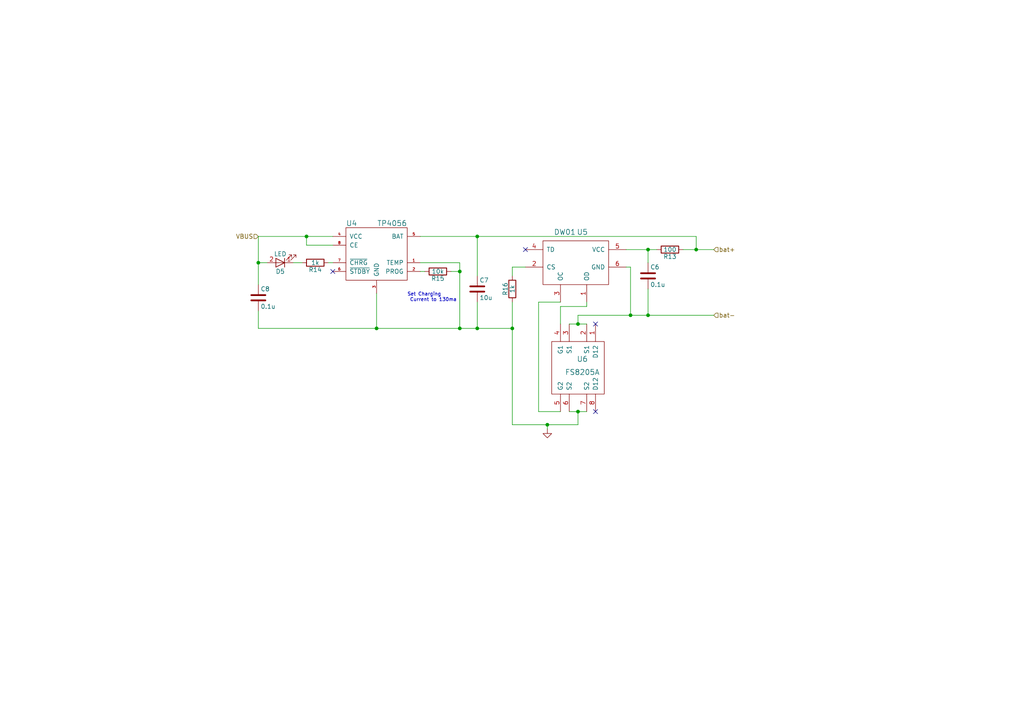
<source format=kicad_sch>
(kicad_sch (version 20250114) (generator "eeschema") (generator_version "9.0")
  (paper "A4")
  (lib_symbols
    (symbol "C_4" (pin_numbers (hide yes)) (pin_names (offset 0.254))
      (property "Reference" "C" (at 0.635 2.54 0))
      (property "Value" "C" (at 0.635 -2.54 0))
      (symbol "C_4_0_1"
        (polyline (pts (xy -2.032 0.762) (xy 2.032 0.762)) (stroke (width 0.508)))
        (polyline (pts (xy -2.032 -0.762) (xy 2.032 -0.762)) (stroke (width 0.508)))
      )
      (symbol "C_4_1_1"
        (pin passive line (at 0 3.81 270) (length 2.794) (name "~") (number "1"))
        (pin passive line (at 0 -3.81 90) (length 2.794) (name "~") (number "2"))
      )
    )
    (symbol "C_5" (pin_numbers (hide yes)) (pin_names (offset 0.254))
      (property "Reference" "C" (at 0.635 2.54 0))
      (property "Value" "C" (at 0.635 -2.54 0))
      (symbol "C_5_0_1"
        (polyline (pts (xy -2.032 0.762) (xy 2.032 0.762)) (stroke (width 0.508)))
        (polyline (pts (xy -2.032 -0.762) (xy 2.032 -0.762)) (stroke (width 0.508)))
      )
      (symbol "C_5_1_1"
        (pin passive line (at 0 3.81 270) (length 2.794) (name "~") (number "1"))
        (pin passive line (at 0 -3.81 90) (length 2.794) (name "~") (number "2"))
      )
    )
    (symbol "C_6" (pin_numbers (hide yes)) (pin_names (offset 0.254))
      (property "Reference" "C" (at 0.635 2.54 0))
      (property "Value" "C" (at 0.635 -2.54 0))
      (symbol "C_6_0_1"
        (polyline (pts (xy -2.032 0.762) (xy 2.032 0.762)) (stroke (width 0.508)))
        (polyline (pts (xy -2.032 -0.762) (xy 2.032 -0.762)) (stroke (width 0.508)))
      )
      (symbol "C_6_1_1"
        (pin passive line (at 0 3.81 270) (length 2.794) (name "~") (number "1"))
        (pin passive line (at 0 -3.81 90) (length 2.794) (name "~") (number "2"))
      )
    )
    (symbol "LED_4" (pin_names (offset 1.016) (hide yes))
      (property "Reference" "D" (at 0 2.54 0))
      (property "Value" "LED" (at 0 -2.54 0))
      (symbol "LED_4_0_1"
        (polyline (pts (xy -3.048 -0.762) (xy -4.572 -2.286) (xy -3.81 -2.286) (xy -4.572 -2.286) (xy -4.572 -1.524)))
        (polyline (pts (xy -1.778 -0.762) (xy -3.302 -2.286) (xy -2.54 -2.286) (xy -3.302 -2.286) (xy -3.302 -1.524)))
        (polyline (pts (xy -1.27 0) (xy 1.27 0)))
        (polyline (pts (xy -1.27 -1.27) (xy -1.27 1.27)) (stroke (width 0.2032)))
        (polyline (pts (xy 1.27 -1.27) (xy 1.27 1.27) (xy -1.27 0) (xy 1.27 -1.27)) (stroke (width 0.2032)))
      )
      (symbol "LED_4_1_1"
        (pin passive line (at -3.81 0 0) (length 2.54) (name "K") (number "1"))
        (pin passive line (at 3.81 0 180) (length 2.54) (name "A") (number "2"))
      )
    )
    (symbol "R_10" (pin_numbers (hide yes)) (pin_names (offset 0))
      (property "Reference" "R" (at 2.032 0 90))
      (property "Value" "R" (at 0 0 90))
      (symbol "R_10_0_1"
        (rectangle (start -1.016 -2.54) (end 1.016 2.54) (stroke (width 0.254)))
      )
      (symbol "R_10_1_1"
        (pin passive line (at 0 3.81 270) (length 1.27) (name "~") (number "1"))
        (pin passive line (at 0 -3.81 90) (length 1.27) (name "~") (number "2"))
      )
    )
    (symbol "R_6" (pin_numbers (hide yes)) (pin_names (offset 0))
      (property "Reference" "R" (at 2.032 0 90))
      (property "Value" "R" (at 0 0 90))
      (symbol "R_6_0_1"
        (rectangle (start -1.016 -2.54) (end 1.016 2.54) (stroke (width 0.254)))
      )
      (symbol "R_6_1_1"
        (pin passive line (at 0 3.81 270) (length 1.27) (name "~") (number "1"))
        (pin passive line (at 0 -3.81 90) (length 1.27) (name "~") (number "2"))
      )
    )
    (symbol "R_8" (pin_numbers (hide yes)) (pin_names (offset 0))
      (property "Reference" "R" (at 2.032 0 90))
      (property "Value" "R" (at 0 0 90))
      (symbol "R_8_0_1"
        (rectangle (start -1.016 -2.54) (end 1.016 2.54) (stroke (width 0.254)))
      )
      (symbol "R_8_1_1"
        (pin passive line (at 0 3.81 270) (length 1.27) (name "~") (number "1"))
        (pin passive line (at 0 -3.81 90) (length 1.27) (name "~") (number "2"))
      )
    )
    (symbol "R_9" (pin_numbers (hide yes)) (pin_names (offset 0))
      (property "Reference" "R" (at 2.032 0 90))
      (property "Value" "R" (at 0 0 90))
      (symbol "R_9_0_1"
        (rectangle (start -1.016 -2.54) (end 1.016 2.54) (stroke (width 0.254)))
      )
      (symbol "R_9_1_1"
        (pin passive line (at 0 3.81 270) (length 1.27) (name "~") (number "1"))
        (pin passive line (at 0 -3.81 90) (length 1.27) (name "~") (number "2"))
      )
    )
    (symbol "dw01:DW01" (pin_names (offset 1.016))
      (property "Reference" "U" (at 2.54 8.89 0))
      (property "Value" "DW01" (at -2.54 8.89 0))
      (symbol "DW01_0_1"
        (rectangle (start -8.89 6.35) (end 10.16 -6.35))
      )
      (symbol "DW01_1_1"
        (pin input line (at -13.97 3.81 0) (length 5.08) (name "TD") (number "4"))
        (pin input line (at -13.97 -1.27 0) (length 5.08) (name "CS") (number "2"))
        (pin input line (at -3.81 -11.43 90) (length 5.08) (name "OC") (number "3"))
        (pin input line (at 3.81 -11.43 90) (length 5.08) (name "OD") (number "1"))
        (pin input line (at 15.24 3.81 180) (length 5.08) (name "VCC") (number "5"))
        (pin input line (at 15.24 -1.27 180) (length 5.08) (name "GND") (number "6"))
      )
    )
    (symbol "fs8205a:FS8205A" (pin_names (offset 1.016))
      (property "Reference" "U" (at -5.08 -1.27 0))
      (property "Value" "FS8205A" (at -1.27 -3.81 0))
      (symbol "FS8205A_0_1"
        (rectangle (start -7.62 5.08) (end 7.62 -10.16))
      )
      (symbol "FS8205A_1_1"
        (pin input line (at -5.08 10.16 270) (length 5.08) (name "G1") (number "4"))
        (pin input line (at -5.08 -15.24 90) (length 5.08) (name "G2") (number "5"))
        (pin input line (at -2.54 10.16 270) (length 5.08) (name "S1") (number "3"))
        (pin input line (at -2.54 -15.24 90) (length 5.08) (name "S2") (number "6"))
        (pin input line (at 2.54 10.16 270) (length 5.08) (name "S1") (number "2"))
        (pin input line (at 2.54 -15.24 90) (length 5.08) (name "S2") (number "7"))
        (pin input line (at 5.08 10.16 270) (length 5.08) (name "D12") (number "1"))
        (pin input line (at 5.08 -15.24 90) (length 5.08) (name "D12") (number "8"))
      )
    )
    (symbol "power:GND" (power) (pin_numbers (hide yes)) (pin_names (offset 0) (hide yes))
      (property "Value" "GND" (at 0 -3.81 0))
      (symbol "GND_0_1"
        (polyline (pts (xy 0 0) (xy 0 -1.27) (xy 1.27 -1.27) (xy 0 -2.54) (xy -1.27 -1.27) (xy 0 -1.27)))
      )
      (symbol "GND_1_1"
        (pin power_in line (at 0 0 270) (length 0) (name "~") (number "1"))
      )
    )
    (symbol "tp4056:TP4056" (pin_names (offset 1.016))
      (property "Reference" "U4" (at -8.89 10.16 0))
      (property "Value" "TP4056" (at 8.89 10.16 0))
      (symbol "TP4056_0_1"
        (rectangle (start -8.89 8.89) (end 8.89 -6.35))
      )
      (symbol "TP4056_1_1"
        (pin power_in line (at -12.7 6.35 0) (length 3.81) (name "VCC") (number "4"))
        (pin input line (at -12.7 3.81 0) (length 3.81) (name "CE") (number "8"))
        (pin open_collector line (at -12.7 -1.27 0) (length 3.81) (name "~{CHRG}") (number "7"))
        (pin open_collector line (at -12.7 -3.81 0) (length 3.81) (name "~{STDBY}") (number "6"))
        (pin power_in line (at 0 -10.16 90) (length 3.81) (name "GND") (number "3"))
        (pin power_out line (at 12.7 6.35 180) (length 3.81) (name "BAT") (number "5"))
        (pin passive line (at 12.7 -1.27 180) (length 3.81) (name "TEMP") (number "1"))
        (pin passive line (at 12.7 -3.81 180) (length 3.81) (name "PROG") (number "2"))
      )
    )
  )
  (text "Set Charging\n Current to 130ma\n" (at 118.11 87.63 0) (effects (font (size 0.9906 0.9906)) (justify left bottom)))
  (junction (at 187.96 91.44))
  (junction (at 182.88 91.44))
  (junction (at 133.35 78.74))
  (junction (at 138.43 68.58))
  (junction (at 167.64 93.98))
  (junction (at 88.9 68.58))
  (junction (at 201.93 72.39))
  (junction (at 167.64 119.38))
  (junction (at 133.35 95.25))
  (junction (at 148.59 95.25))
  (junction (at 187.96 72.39))
  (junction (at 74.93 76.2))
  (junction (at 109.22 95.25))
  (junction (at 158.75 123.19))
  (junction (at 138.43 95.25))
  (no_connect (at 172.72 119.38))
  (no_connect (at 172.72 93.98))
  (no_connect (at 96.52 78.74))
  (no_connect (at 152.4 72.39))
  (wire (pts (xy 182.88 77.47) (xy 182.88 91.44)))
  (wire (pts (xy 167.64 93.98) (xy 167.64 91.44)))
  (wire (pts (xy 148.59 77.47) (xy 148.59 80.01)))
  (wire (pts (xy 88.9 68.58) (xy 96.52 68.58)))
  (wire (pts (xy 148.59 87.63) (xy 148.59 95.25)))
  (wire (pts (xy 162.56 93.98) (xy 162.56 88.9)))
  (wire (pts (xy 201.93 72.39) (xy 207.01 72.39)))
  (wire (pts (xy 74.93 82.55) (xy 74.93 76.2)))
  (wire (pts (xy 187.96 76.2) (xy 187.96 72.39)))
  (wire (pts (xy 167.64 119.38) (xy 170.18 119.38)))
  (wire (pts (xy 156.21 87.63) (xy 162.56 87.63)))
  (wire (pts (xy 133.35 78.74) (xy 130.81 78.74)))
  (wire (pts (xy 74.93 68.58) (xy 88.9 68.58)))
  (wire (pts (xy 181.61 72.39) (xy 187.96 72.39)))
  (wire (pts (xy 138.43 95.25) (xy 133.35 95.25)))
  (wire (pts (xy 148.59 95.25) (xy 148.59 123.19)))
  (wire (pts (xy 133.35 78.74) (xy 133.35 95.25)))
  (wire (pts (xy 109.22 95.25) (xy 133.35 95.25)))
  (wire (pts (xy 88.9 68.58) (xy 88.9 71.12)))
  (wire (pts (xy 138.43 80.01) (xy 138.43 68.58)))
  (wire (pts (xy 167.64 123.19) (xy 167.64 119.38)))
  (wire (pts (xy 187.96 91.44) (xy 207.01 91.44)))
  (wire (pts (xy 187.96 83.82) (xy 187.96 91.44)))
  (wire (pts (xy 138.43 95.25) (xy 138.43 87.63)))
  (wire (pts (xy 88.9 71.12) (xy 96.52 71.12)))
  (wire (pts (xy 85.09 76.2) (xy 87.63 76.2)))
  (wire (pts (xy 165.1 93.98) (xy 167.64 93.98)))
  (wire (pts (xy 74.93 90.17) (xy 74.93 95.25)))
  (wire (pts (xy 167.64 93.98) (xy 170.18 93.98)))
  (wire (pts (xy 158.75 123.19) (xy 167.64 123.19)))
  (wire (pts (xy 162.56 88.9) (xy 170.18 88.9)))
  (wire (pts (xy 121.92 68.58) (xy 138.43 68.58)))
  (wire (pts (xy 181.61 77.47) (xy 182.88 77.47)))
  (wire (pts (xy 198.12 72.39) (xy 201.93 72.39)))
  (wire (pts (xy 201.93 68.58) (xy 201.93 72.39)))
  (wire (pts (xy 182.88 91.44) (xy 187.96 91.44)))
  (wire (pts (xy 158.75 123.19) (xy 158.75 124.46)))
  (wire (pts (xy 121.92 76.2) (xy 133.35 76.2)))
  (wire (pts (xy 187.96 72.39) (xy 190.5 72.39)))
  (wire (pts (xy 109.22 95.25) (xy 109.22 85.09)))
  (wire (pts (xy 162.56 119.38) (xy 156.21 119.38)))
  (wire (pts (xy 148.59 123.19) (xy 158.75 123.19)))
  (wire (pts (xy 138.43 68.58) (xy 201.93 68.58)))
  (wire (pts (xy 74.93 76.2) (xy 74.93 68.58)))
  (wire (pts (xy 170.18 88.9) (xy 170.18 87.63)))
  (wire (pts (xy 138.43 95.25) (xy 148.59 95.25)))
  (wire (pts (xy 165.1 119.38) (xy 167.64 119.38)))
  (wire (pts (xy 95.25 76.2) (xy 96.52 76.2)))
  (wire (pts (xy 156.21 119.38) (xy 156.21 87.63)))
  (wire (pts (xy 152.4 77.47) (xy 148.59 77.47)))
  (wire (pts (xy 77.47 76.2) (xy 74.93 76.2)))
  (wire (pts (xy 167.64 91.44) (xy 182.88 91.44)))
  (wire (pts (xy 133.35 76.2) (xy 133.35 78.74)))
  (wire (pts (xy 74.93 95.25) (xy 109.22 95.25)))
  (wire (pts (xy 121.92 78.74) (xy 123.19 78.74)))
  (hierarchical_label "VBUS" (shape input) (at 74.93 68.58 180))
  (hierarchical_label "bat-" (shape input) (at 207.01 91.44 0))
  (hierarchical_label "bat+" (shape input) (at 207.01 72.39 0))
  (symbol (lib_id "fs8205a:FS8205A") (at 167.64 104.14 0) (unit 1)
    (property "Reference" "U6" (at 168.91 104.14 0) (effects (font (size 1.524 1.524))))
    (property "Value" "FS8205A" (at 168.91 107.95 0) (effects (font (size 1.524 1.524))))
    (property "Footprint" "Package_SO:TSSOP-8_4.4x3mm_P0.65mm" (effects (hide yes)))
  )
  (symbol (lib_name "R_6") (lib_id "charger_stepup-rescue:R") (at 91.44 76.2 270) (unit 1)
    (property "Reference" "R14" (at 91.44 78.232 90))
    (property "Value" "1k" (at 91.44 76.2 90))
    (property "Footprint" "Resistor_SMD:R_0603_1608Metric_Pad0.98x0.95mm_HandSolder" (effects (hide yes)))
  )
  (symbol (lib_name "C_5") (lib_id "charger_stepup-rescue:C") (at 187.96 80.01 0) (unit 1)
    (property "Reference" "C6" (at 188.595 77.47 0) (effects (justify left)))
    (property "Value" "0.1u" (at 188.595 82.55 0) (effects (justify left)))
    (property "Footprint" "Capacitor_SMD:C_0603_1608Metric_Pad1.08x0.95mm_HandSolder" (effects (hide yes)))
  )
  (symbol (lib_id "dw01:DW01") (at 166.37 76.2 0) (unit 1)
    (property "Reference" "U5" (at 168.91 67.31 0) (effects (font (size 1.524 1.524))))
    (property "Value" "DW01" (at 163.83 67.31 0) (effects (font (size 1.524 1.524))))
    (property "Footprint" "Package_TO_SOT_SMD:SOT-23-6_Handsoldering" (effects (hide yes)))
  )
  (symbol (lib_name "R_8") (lib_id "charger_stepup-rescue:R") (at 194.31 72.39 270) (unit 1)
    (property "Reference" "R13" (at 194.31 74.422 90))
    (property "Value" "100" (at 194.31 72.39 90))
    (property "Footprint" "Resistor_SMD:R_0603_1608Metric_Pad0.98x0.95mm_HandSolder" (effects (hide yes)))
  )
  (symbol (lib_name "C_4") (lib_id "charger_stepup-rescue:C") (at 74.93 86.36 0) (unit 1)
    (property "Reference" "C8" (at 75.565 83.82 0) (effects (justify left)))
    (property "Value" "0.1u" (at 75.565 88.9 0) (effects (justify left)))
    (property "Footprint" "Capacitor_SMD:C_0603_1608Metric_Pad1.08x0.95mm_HandSolder" (effects (hide yes)))
  )
  (symbol (lib_id "tp4056:TP4056") (at 109.22 74.93 0) (unit 1)
    (property "Reference" "U4" (at 100.33 64.77 0) (effects (font (size 1.524 1.524)) (justify left)))
    (property "Value" "TP4056" (at 118.11 64.77 0) (effects (font (size 1.524 1.524)) (justify right)))
    (property "Footprint" "Package_SO:SOP-8_3.9x4.9mm_P1.27mm" (effects (hide yes)))
  )
  (symbol (lib_name "R_10") (lib_id "charger_stepup-rescue:R") (at 127 78.74 270) (unit 1)
    (property "Reference" "R15" (at 127 80.772 90))
    (property "Value" "10k" (at 127 78.74 90))
    (property "Footprint" "Resistor_SMD:R_0603_1608Metric_Pad0.98x0.95mm_HandSolder" (effects (hide yes)))
  )
  (symbol (lib_name "LED_4") (lib_id "charger_stepup-rescue:LED") (at 81.28 76.2 180) (unit 1)
    (property "Reference" "D5" (at 81.28 78.74 0))
    (property "Value" "LED" (at 81.28 73.66 0))
    (property "Footprint" "LED_SMD:LED_0603_1608Metric_Pad1.05x0.95mm_HandSolder" (effects (hide yes)))
  )
  (symbol (lib_name "R_9") (lib_id "charger_stepup-rescue:R") (at 148.59 83.82 180) (unit 1)
    (property "Reference" "R16" (at 146.558 83.82 90))
    (property "Value" "1k" (at 148.59 83.82 90))
    (property "Footprint" "Resistor_SMD:R_0603_1608Metric_Pad0.98x0.95mm_HandSolder" (effects (hide yes)))
  )
  (symbol (lib_id "power:GND") (at 158.75 124.46 0) (unit 1)
    (property "Reference" "#PWR029" (effects (hide yes)))
    (property "Value" "GND" (effects (hide yes)))
    (property "Description" "Power symbol creates a global label with name \"GND\" , ground" (effects (hide yes)))
  )
  (symbol (lib_name "C_6") (lib_id "charger_stepup-rescue:C") (at 138.43 83.82 0) (unit 1)
    (property "Reference" "C7" (at 139.065 81.28 0) (effects (justify left)))
    (property "Value" "10u" (at 139.065 86.36 0) (effects (justify left)))
    (property "Footprint" "Capacitor_SMD:C_0805_2012Metric_Pad1.18x1.45mm_HandSolder" (effects (hide yes)))
  )
)
</source>
